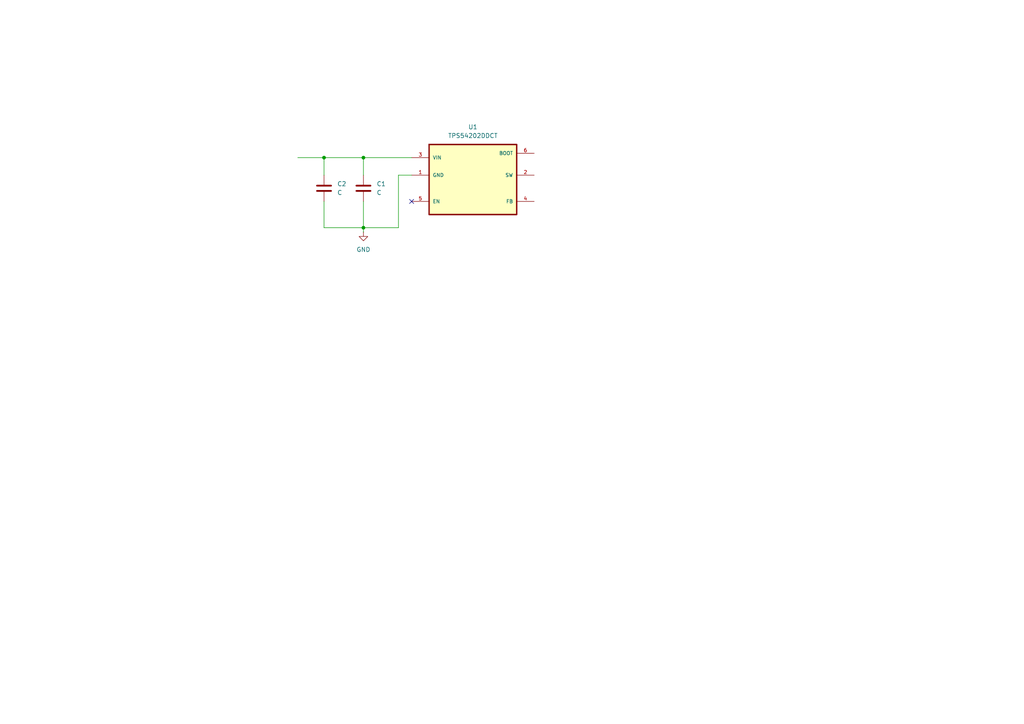
<source format=kicad_sch>
(kicad_sch (version 20250114) (generator "eeschema") (generator_version "9.0")
  (paper "A4")
  (lib_symbols
    (symbol "Device:C" (pin_numbers (hide yes)) (pin_names (offset 0.254))
      (property "Reference" "C" (at 0.635 2.54 0))
      (property "Value" "C" (at 0.635 -2.54 0))
      (symbol "C_0_1"
        (polyline (pts (xy -2.032 0.762) (xy 2.032 0.762)) (stroke (width 0.508)))
        (polyline (pts (xy -2.032 -0.762) (xy 2.032 -0.762)) (stroke (width 0.508)))
      )
      (symbol "C_1_1"
        (pin passive line (at 0 3.81 270) (length 2.794) (name "~") (number "1"))
        (pin passive line (at 0 -3.81 90) (length 2.794) (name "~") (number "2"))
      )
    )
    (symbol "Symbols:TPS54202DDCT" (pin_names (offset 1.016))
      (property "Reference" "U" (at -12.7 11.16 0))
      (property "Value" "TPS54202DDCT" (at -12.7 -14.16 0))
      (symbol "TPS54202DDCT_0_0"
        (rectangle (start -12.7 10.16) (end 12.7 -10.16) (stroke (width 0.41)) (fill (type background)))
        (pin bidirectional line (at -17.78 6.35 0) (length 5.08) (name "VIN") (number "3"))
        (pin bidirectional line (at -17.78 1.27 0) (length 5.08) (name "GND") (number "1"))
        (pin input line (at -17.78 -6.35 0) (length 5.08) (name "EN") (number "5"))
        (pin output line (at 17.78 7.62 180) (length 5.08) (name "BOOT") (number "6"))
        (pin output line (at 17.78 1.27 180) (length 5.08) (name "SW") (number "2"))
        (pin input line (at 17.78 -6.35 180) (length 5.08) (name "FB") (number "4"))
      )
    )
    (symbol "power:GND" (power) (pin_numbers (hide yes)) (pin_names (offset 0) (hide yes))
      (property "Value" "GND" (at 0 -3.81 0))
      (symbol "GND_0_1"
        (polyline (pts (xy 0 0) (xy 0 -1.27) (xy 1.27 -1.27) (xy 0 -2.54) (xy -1.27 -1.27) (xy 0 -1.27)))
      )
      (symbol "GND_1_1"
        (pin power_in line (at 0 0 270) (length 0) (name "~") (number "1"))
      )
    )
  )
  (junction (at 105.41 66.04))
  (junction (at 93.98 45.72))
  (junction (at 105.41 45.72))
  (no_connect (at 119.38 58.42))
  (wire (pts (xy 86.36 45.72) (xy 93.98 45.72)))
  (wire (pts (xy 105.41 50.8) (xy 105.41 45.72)))
  (wire (pts (xy 105.41 66.04) (xy 105.41 67.31)))
  (wire (pts (xy 105.41 45.72) (xy 119.38 45.72)))
  (wire (pts (xy 93.98 66.04) (xy 105.41 66.04)))
  (wire (pts (xy 93.98 58.42) (xy 93.98 66.04)))
  (wire (pts (xy 105.41 58.42) (xy 105.41 66.04)))
  (wire (pts (xy 115.57 50.8) (xy 115.57 66.04)))
  (wire (pts (xy 119.38 50.8) (xy 115.57 50.8)))
  (wire (pts (xy 93.98 45.72) (xy 105.41 45.72)))
  (wire (pts (xy 93.98 45.72) (xy 93.98 50.8)))
  (wire (pts (xy 105.41 66.04) (xy 115.57 66.04)))
  (symbol (lib_id "Symbols:TPS54202DDCT") (at 137.16 52.07 0) (unit 1)
    (property "Reference" "U1" (at 137.16 36.83 0))
    (property "Value" "TPS54202DDCT" (at 137.16 39.37 0))
    (property "Footprint" "49022_Footprints:TPS54202" (effects (hide yes)))
  )
  (symbol (lib_id "power:GND") (at 105.41 67.31 0) (unit 1)
    (property "Reference" "#PWR01" (effects (hide yes)))
    (property "Value" "GND" (at 105.41 72.39 0))
    (property "Description" "Power symbol creates a global label with name \"GND\" , ground" (effects (hide yes)))
  )
  (symbol (lib_id "Device:C") (at 93.98 54.61 0) (unit 1)
    (property "Reference" "C2" (at 97.79 53.3399 0) (effects (justify left)))
    (property "Value" "C" (at 97.79 55.8799 0) (effects (justify left)))
    (property "Description" "Unpolarized capacitor" (effects (hide yes)))
  )
  (symbol (lib_id "Device:C") (at 105.41 54.61 0) (unit 1)
    (property "Reference" "C1" (at 109.22 53.3399 0) (effects (justify left)))
    (property "Value" "C" (at 109.22 55.8799 0) (effects (justify left)))
    (property "Description" "Unpolarized capacitor" (effects (hide yes)))
  )
)
</source>
